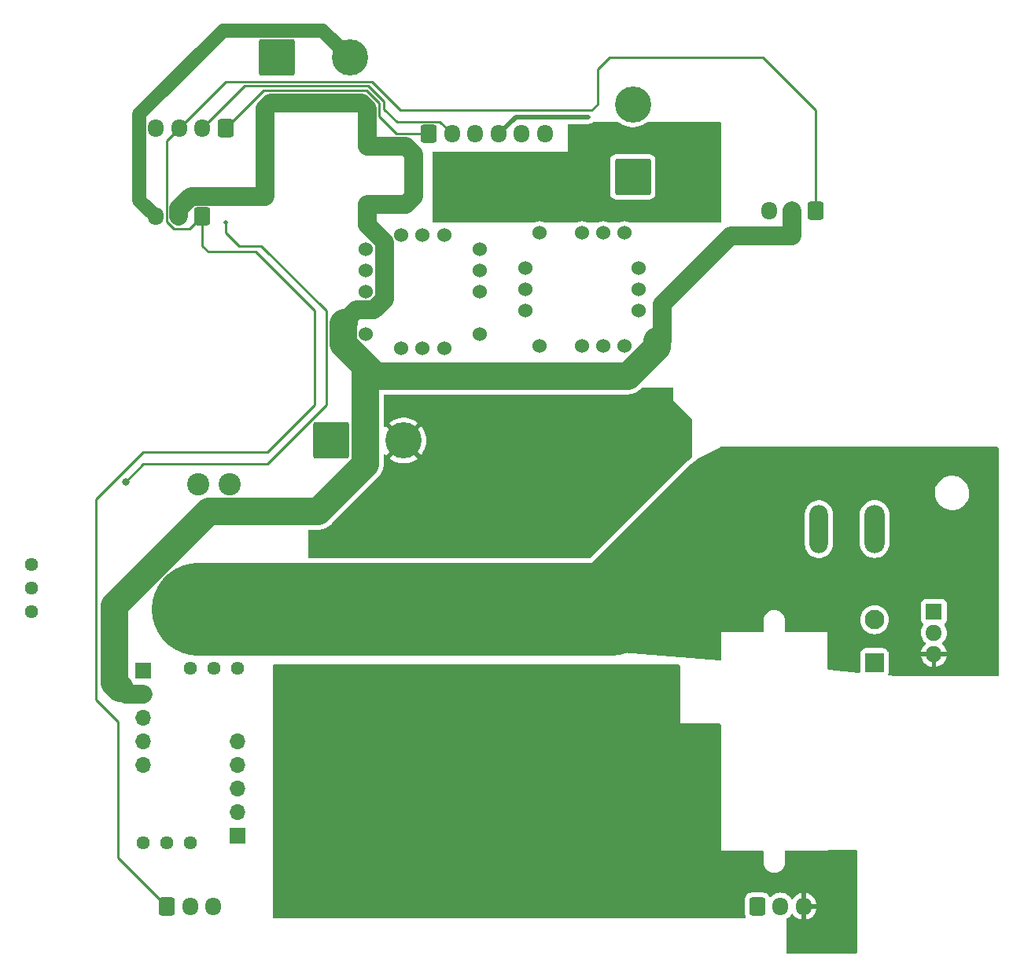
<source format=gbr>
%TF.GenerationSoftware,KiCad,Pcbnew,7.0.9*%
%TF.CreationDate,2024-06-25T19:44:48+09:00*%
%TF.ProjectId,05-PWR,30352d50-5752-42e6-9b69-6361645f7063,rev?*%
%TF.SameCoordinates,Original*%
%TF.FileFunction,Copper,L2,Bot*%
%TF.FilePolarity,Positive*%
%FSLAX46Y46*%
G04 Gerber Fmt 4.6, Leading zero omitted, Abs format (unit mm)*
G04 Created by KiCad (PCBNEW 7.0.9) date 2024-06-25 19:44:48*
%MOMM*%
%LPD*%
G01*
G04 APERTURE LIST*
G04 Aperture macros list*
%AMRoundRect*
0 Rectangle with rounded corners*
0 $1 Rounding radius*
0 $2 $3 $4 $5 $6 $7 $8 $9 X,Y pos of 4 corners*
0 Add a 4 corners polygon primitive as box body*
4,1,4,$2,$3,$4,$5,$6,$7,$8,$9,$2,$3,0*
0 Add four circle primitives for the rounded corners*
1,1,$1+$1,$2,$3*
1,1,$1+$1,$4,$5*
1,1,$1+$1,$6,$7*
1,1,$1+$1,$8,$9*
0 Add four rect primitives between the rounded corners*
20,1,$1+$1,$2,$3,$4,$5,0*
20,1,$1+$1,$4,$5,$6,$7,0*
20,1,$1+$1,$6,$7,$8,$9,0*
20,1,$1+$1,$8,$9,$2,$3,0*%
G04 Aperture macros list end*
%TA.AperFunction,ComponentPad*%
%ADD10C,1.440000*%
%TD*%
%TA.AperFunction,ComponentPad*%
%ADD11RoundRect,0.250002X-1.699998X-1.699998X1.699998X-1.699998X1.699998X1.699998X-1.699998X1.699998X0*%
%TD*%
%TA.AperFunction,ComponentPad*%
%ADD12C,3.900000*%
%TD*%
%TA.AperFunction,ComponentPad*%
%ADD13R,1.700000X1.700000*%
%TD*%
%TA.AperFunction,ComponentPad*%
%ADD14O,1.700000X1.700000*%
%TD*%
%TA.AperFunction,ComponentPad*%
%ADD15RoundRect,0.250000X-0.600000X-0.725000X0.600000X-0.725000X0.600000X0.725000X-0.600000X0.725000X0*%
%TD*%
%TA.AperFunction,ComponentPad*%
%ADD16O,1.700000X1.950000*%
%TD*%
%TA.AperFunction,ComponentPad*%
%ADD17RoundRect,0.250002X1.699998X-1.699998X1.699998X1.699998X-1.699998X1.699998X-1.699998X-1.699998X0*%
%TD*%
%TA.AperFunction,ComponentPad*%
%ADD18RoundRect,0.250000X0.600000X0.725000X-0.600000X0.725000X-0.600000X-0.725000X0.600000X-0.725000X0*%
%TD*%
%TA.AperFunction,ComponentPad*%
%ADD19C,1.524000*%
%TD*%
%TA.AperFunction,ComponentPad*%
%ADD20O,2.000000X5.200000*%
%TD*%
%TA.AperFunction,ComponentPad*%
%ADD21O,2.200000X5.200000*%
%TD*%
%TA.AperFunction,ComponentPad*%
%ADD22R,1.800000X1.717500*%
%TD*%
%TA.AperFunction,ComponentPad*%
%ADD23O,1.800000X1.717500*%
%TD*%
%TA.AperFunction,ComponentPad*%
%ADD24RoundRect,0.250001X0.799999X-0.799999X0.799999X0.799999X-0.799999X0.799999X-0.799999X-0.799999X0*%
%TD*%
%TA.AperFunction,ComponentPad*%
%ADD25C,2.100000*%
%TD*%
%TA.AperFunction,ComponentPad*%
%ADD26C,2.400000*%
%TD*%
%TA.AperFunction,ViaPad*%
%ADD27C,0.800000*%
%TD*%
%TA.AperFunction,ViaPad*%
%ADD28C,0.500000*%
%TD*%
%TA.AperFunction,Conductor*%
%ADD29C,1.500000*%
%TD*%
%TA.AperFunction,Conductor*%
%ADD30C,0.500000*%
%TD*%
%TA.AperFunction,Conductor*%
%ADD31C,2.000000*%
%TD*%
%TA.AperFunction,Conductor*%
%ADD32C,3.000000*%
%TD*%
%TA.AperFunction,Conductor*%
%ADD33C,10.000000*%
%TD*%
%TA.AperFunction,Conductor*%
%ADD34C,0.250000*%
%TD*%
G04 APERTURE END LIST*
D10*
%TO.P,RV1,1,1*%
%TO.N,Net-(U1-Trim)*%
X189230000Y-116332000D03*
%TO.P,RV1,2,2*%
X191770000Y-116332000D03*
%TO.P,RV1,3,3*%
%TO.N,GND*%
X194310000Y-116332000D03*
%TD*%
D11*
%TO.P,J1,1,Pin_1*%
%TO.N,Net-(J1-Pin_1)*%
X209460000Y-73025000D03*
D12*
%TO.P,J1,2,Pin_2*%
%TO.N,GND*%
X217260000Y-73025000D03*
%TD*%
D13*
%TO.P,U1,1,VIN*%
%TO.N,VDD*%
X189230000Y-97790000D03*
D14*
%TO.P,U1,2,VOUT*%
%TO.N,Net-(J3-Pin_2)*%
X189230000Y-100330000D03*
%TO.P,U1,3,GND*%
%TO.N,GND*%
X189230000Y-102870000D03*
%TO.P,U1,4,EN*%
%TO.N,unconnected-(U1-EN-Pad4)*%
X189230000Y-105410000D03*
%TO.P,U1,5,Trim*%
%TO.N,Net-(U1-Trim)*%
X189230000Y-107950000D03*
%TD*%
D13*
%TO.P,U2,1,VIN*%
%TO.N,VDD*%
X199390000Y-115570000D03*
D14*
%TO.P,U2,2,VOUT*%
%TO.N,Net-(J5-Pin_2)*%
X199390000Y-113030000D03*
%TO.P,U2,3,GND*%
%TO.N,GND*%
X199390000Y-110490000D03*
%TO.P,U2,4,EN*%
%TO.N,unconnected-(U2-EN-Pad4)*%
X199390000Y-107950000D03*
%TO.P,U2,5,Trim*%
%TO.N,Net-(U2-Trim)*%
X199390000Y-105410000D03*
%TD*%
D15*
%TO.P,J6,1,Pin_1*%
%TO.N,Motor_SIG*%
X255350000Y-123190000D03*
D16*
%TO.P,J6,2,Pin_2*%
%TO.N,Net-(J5-Pin_2)*%
X257850000Y-123190000D03*
%TO.P,J6,3,Pin_3*%
%TO.N,GND*%
X260350000Y-123190000D03*
%TD*%
D15*
%TO.P,J7,1,Pin_1*%
%TO.N,UART3_TX*%
X219985000Y-40005000D03*
D16*
%TO.P,J7,2,Pin_2*%
%TO.N,UART3_RX*%
X222485000Y-40005000D03*
%TO.P,J7,3,Pin_3*%
%TO.N,GND*%
X224985000Y-40005000D03*
%TO.P,J7,4,Pin_4*%
%TO.N,+3V3*%
X227485000Y-40005000D03*
%TO.P,J7,5,Pin_5*%
%TO.N,3V3_LED*%
X229985000Y-40005000D03*
%TO.P,J7,6,Pin_6*%
%TO.N,+5V*%
X232485000Y-40005000D03*
%TD*%
D17*
%TO.P,J9,1,Pin_1*%
%TO.N,3V3_LED*%
X241935000Y-44630000D03*
D12*
%TO.P,J9,2,Pin_2*%
%TO.N,GND*%
X241935000Y-36830000D03*
%TD*%
D18*
%TO.P,J11,1,Pin_1*%
%TO.N,UART3_TX*%
X198120000Y-39370000D03*
D16*
%TO.P,J11,2,Pin_2*%
%TO.N,UART3_RX*%
X195620000Y-39370000D03*
%TO.P,J11,3,Pin_3*%
%TO.N,Motor_SIG*%
X193120000Y-39370000D03*
%TO.P,J11,4,Pin_4*%
%TO.N,Battery_obs*%
X190620000Y-39370000D03*
%TD*%
D15*
%TO.P,J5,1,Pin_1*%
%TO.N,Motor_SIG*%
X191770000Y-123190000D03*
D16*
%TO.P,J5,2,Pin_2*%
%TO.N,Net-(J5-Pin_2)*%
X194270000Y-123190000D03*
%TO.P,J5,3,Pin_3*%
%TO.N,GND*%
X196770000Y-123190000D03*
%TD*%
D10*
%TO.P,RV2,1,1*%
%TO.N,Net-(U2-Trim)*%
X199390000Y-97536000D03*
%TO.P,RV2,2,2*%
X196850000Y-97536000D03*
%TO.P,RV2,3,3*%
%TO.N,GND*%
X194310000Y-97536000D03*
%TD*%
D18*
%TO.P,J4,1,Pin_1*%
%TO.N,Motor_SIG*%
X261620000Y-48260000D03*
D16*
%TO.P,J4,2,Pin_2*%
%TO.N,Net-(J3-Pin_2)*%
X259120000Y-48260000D03*
%TO.P,J4,3,Pin_3*%
%TO.N,GND*%
X256620000Y-48260000D03*
%TD*%
D10*
%TO.P,RV3,1,1*%
%TO.N,Net-(U5-IN)*%
X177165000Y-86360000D03*
%TO.P,RV3,2,2*%
X177165000Y-88900000D03*
%TO.P,RV3,3,3*%
%TO.N,GND*%
X177165000Y-91440000D03*
%TD*%
D19*
%TO.P,U3,1,ON/OFF*%
%TO.N,GND*%
X225425000Y-57015000D03*
%TO.P,U3,2,Vin*%
%TO.N,VDD*%
X225425000Y-61595000D03*
X221615000Y-63115000D03*
%TO.P,U3,3,GND*%
%TO.N,GND*%
X219325000Y-63115000D03*
X217035000Y-63115000D03*
%TO.P,U3,4,Vout*%
%TO.N,+5V*%
X213225000Y-61595000D03*
%TO.P,U3,5,Sense*%
X213225000Y-57015000D03*
%TO.P,U3,6,Trim*%
%TO.N,Net-(U3-Trim)*%
X213225000Y-52435000D03*
%TO.P,U3,7,GND*%
%TO.N,GND*%
X219325000Y-50915000D03*
%TO.P,U3,8,N.C.*%
%TO.N,unconnected-(U3-N.C.-Pad8)*%
X221615000Y-50915000D03*
%TO.P,U3,9,Sequence*%
%TO.N,unconnected-(U3-Sequence-Pad9)*%
X225425000Y-52435000D03*
%TO.P,U3,10,PGOOD*%
%TO.N,unconnected-(U3-PGOOD-Pad10)*%
X225425000Y-54725000D03*
%TO.P,U3,11,N.C.*%
%TO.N,unconnected-(U3-N.C.-Pad11)*%
X213225000Y-54725000D03*
%TO.P,U3,12,N.C.*%
%TO.N,unconnected-(U3-N.C.-Pad12)*%
X217035000Y-50915000D03*
%TD*%
%TO.P,U4,1,ON/OFF*%
%TO.N,GND*%
X236470000Y-62865000D03*
%TO.P,U4,2,Vin*%
%TO.N,VDD*%
X231890000Y-62865000D03*
X230370000Y-59055000D03*
%TO.P,U4,3,GND*%
%TO.N,GND*%
X230370000Y-56765000D03*
X230370000Y-54475000D03*
%TO.P,U4,4,Vout*%
%TO.N,3V3_LED*%
X231890000Y-50665000D03*
%TO.P,U4,5,Sense*%
X236470000Y-50665000D03*
%TO.P,U4,6,Trim*%
%TO.N,Net-(U4-Trim)*%
X241050000Y-50665000D03*
%TO.P,U4,7,GND*%
%TO.N,GND*%
X242570000Y-56765000D03*
%TO.P,U4,8,N.C.*%
%TO.N,unconnected-(U4-N.C.-Pad8)*%
X242570000Y-59055000D03*
%TO.P,U4,9,Sequence*%
%TO.N,unconnected-(U4-Sequence-Pad9)*%
X241050000Y-62865000D03*
%TO.P,U4,10,PGOOD*%
%TO.N,unconnected-(U4-PGOOD-Pad10)*%
X238760000Y-62865000D03*
%TO.P,U4,11,N.C.*%
%TO.N,unconnected-(U4-N.C.-Pad11)*%
X238760000Y-50665000D03*
%TO.P,U4,12,N.C.*%
%TO.N,unconnected-(U4-N.C.-Pad12)*%
X242570000Y-54475000D03*
%TD*%
D20*
%TO.P,SW1,1,A*%
%TO.N,GND*%
X261970000Y-82550000D03*
D21*
%TO.P,SW1,2,B*%
%TO.N,Net-(Q1-G)*%
X267970000Y-82550000D03*
%TD*%
D11*
%TO.P,J10,1,Pin_1*%
%TO.N,+5V*%
X203655000Y-31750000D03*
D12*
%TO.P,J10,2,Pin_2*%
%TO.N,GND*%
X211455000Y-31750000D03*
%TD*%
D18*
%TO.P,J3,1,Pin_1*%
%TO.N,Motor_SIG*%
X195580000Y-48895000D03*
D16*
%TO.P,J3,2,Pin_2*%
%TO.N,Net-(J3-Pin_2)*%
X193080000Y-48895000D03*
%TO.P,J3,3,Pin_3*%
%TO.N,GND*%
X190580000Y-48895000D03*
%TD*%
D22*
%TO.P,Q1,1,G*%
%TO.N,Net-(Q1-G)*%
X274357500Y-91440000D03*
D23*
%TO.P,Q1,2,D*%
%TO.N,VDD*%
X274357500Y-93730000D03*
%TO.P,Q1,3,S*%
%TO.N,Net-(Q1-S)*%
X274357500Y-96020000D03*
%TD*%
D24*
%TO.P,J2,1,Pin_1*%
%TO.N,VDD*%
X267970000Y-96915000D03*
D25*
%TO.P,J2,2,Pin_2*%
%TO.N,GND*%
X267970000Y-92315000D03*
%TD*%
D26*
%TO.P,F1,1*%
%TO.N,Net-(Q1-S)*%
X195150000Y-91190000D03*
X198550000Y-91190000D03*
%TO.P,F1,2*%
%TO.N,Net-(J1-Pin_1)*%
X195150000Y-77720000D03*
X198550000Y-77720000D03*
%TD*%
D27*
%TO.N,GND*%
X240030000Y-100965000D03*
X215900000Y-123190000D03*
X235585000Y-83820000D03*
X264795000Y-123190000D03*
X214630000Y-83820000D03*
D28*
X250825000Y-48895000D03*
D27*
X264795000Y-127000000D03*
D28*
X228600000Y-44450000D03*
D27*
X227965000Y-100965000D03*
X250190000Y-105410000D03*
X213360000Y-100965000D03*
X232410000Y-100965000D03*
D28*
X247650000Y-48895000D03*
D27*
X217170000Y-97790000D03*
X230505000Y-83820000D03*
X264414000Y-119126000D03*
X245745000Y-97790000D03*
X225425000Y-83820000D03*
X222885000Y-97790000D03*
X217170000Y-83820000D03*
D28*
X220980000Y-42545000D03*
D27*
X217170000Y-85090000D03*
X227965000Y-97790000D03*
D28*
X235585000Y-40005000D03*
D27*
X227965000Y-83820000D03*
X243205000Y-100965000D03*
X243205000Y-97790000D03*
X251460000Y-123190000D03*
X236220000Y-100965000D03*
X236220000Y-123190000D03*
X217170000Y-100965000D03*
X213360000Y-97790000D03*
X259842000Y-125349000D03*
X232410000Y-97790000D03*
X208915000Y-97790000D03*
D28*
X227330000Y-48895000D03*
D27*
X203835000Y-123190000D03*
X210185000Y-85090000D03*
X212090000Y-85090000D03*
X222885000Y-100965000D03*
D28*
X250825000Y-39370000D03*
D27*
X204470000Y-100965000D03*
D28*
X220980000Y-47625000D03*
D27*
X240030000Y-97790000D03*
X208915000Y-100965000D03*
X214630000Y-85090000D03*
D28*
X223520000Y-48895000D03*
X227965000Y-42545000D03*
D27*
X238125000Y-83820000D03*
X222885000Y-83820000D03*
X212090000Y-83820000D03*
X245745000Y-100965000D03*
X236220000Y-97790000D03*
X204470000Y-97790000D03*
X233045000Y-83820000D03*
D28*
%TO.N,+3V3*%
X237144949Y-38165000D03*
D27*
%TO.N,Battery_obs*%
X187325000Y-77470000D03*
D28*
X198120000Y-49530000D03*
%TD*%
D29*
%TO.N,GND*%
X188820000Y-47135000D02*
X188820000Y-37875000D01*
X197845000Y-28850000D02*
X208555000Y-28850000D01*
X208555000Y-28850000D02*
X211455000Y-31750000D01*
X190580000Y-48895000D02*
X188820000Y-47135000D01*
X188820000Y-37875000D02*
X197845000Y-28850000D01*
D30*
%TO.N,+3V3*%
X237144949Y-38165000D02*
X229325000Y-38165000D01*
X229325000Y-38165000D02*
X227485000Y-40005000D01*
D31*
%TO.N,Net-(J3-Pin_2)*%
X214037688Y-58977000D02*
X215187000Y-57827688D01*
D32*
X213110000Y-75539644D02*
X213110000Y-64961794D01*
D31*
X212749214Y-36659999D02*
X202920786Y-36659999D01*
D32*
X210820000Y-60325000D02*
X210763000Y-60382000D01*
D31*
X213335000Y-47600000D02*
X217482538Y-47600000D01*
D32*
X186055000Y-99060000D02*
X186055000Y-90809769D01*
D31*
X189230000Y-100330000D02*
X187325000Y-100330000D01*
X193080000Y-48012462D02*
X193080000Y-48895000D01*
X212168000Y-58977000D02*
X214037688Y-58977000D01*
D32*
X196244769Y-80620000D02*
X208029644Y-80620000D01*
D31*
X213335000Y-49770312D02*
X213335000Y-47600000D01*
X202335000Y-46720000D02*
X194372462Y-46720000D01*
X215187000Y-57827688D02*
X215187000Y-51622312D01*
X218325000Y-42142462D02*
X217482538Y-41300000D01*
X187325000Y-100330000D02*
X186690000Y-99695000D01*
X213335000Y-41300000D02*
X213335000Y-37245785D01*
X259120000Y-48260000D02*
X259120000Y-50985000D01*
X213335000Y-37245785D02*
X212749214Y-36659999D01*
D32*
X213110000Y-64961794D02*
X210916603Y-62768397D01*
D31*
X218325000Y-46757538D02*
X218325000Y-42142462D01*
X210820000Y-60325000D02*
X212168000Y-58977000D01*
X245110000Y-62286794D02*
X244475000Y-62921794D01*
D32*
X186055000Y-90809769D02*
X196244769Y-80620000D01*
D31*
X259120000Y-50985000D02*
X252480786Y-50985000D01*
X217482538Y-41300000D02*
X213335000Y-41300000D01*
D32*
X208029644Y-80620000D02*
X213110000Y-75539644D01*
D31*
X217482538Y-47600000D02*
X218325000Y-46757538D01*
X245110000Y-58355786D02*
X245110000Y-62286794D01*
D32*
X244475000Y-62921794D02*
X244475000Y-62230000D01*
D31*
X202335000Y-37245785D02*
X202335000Y-46720000D01*
D32*
X210763000Y-60382000D02*
X210763000Y-62614794D01*
D31*
X252480786Y-50985000D02*
X245110000Y-58355786D01*
X215187000Y-51622312D02*
X213335000Y-49770312D01*
D32*
X241356794Y-66040000D02*
X244475000Y-62921794D01*
D31*
X202920786Y-36659999D02*
X202335000Y-37245785D01*
D32*
X214188206Y-66040000D02*
X241356794Y-66040000D01*
X210763000Y-62614794D02*
X214188206Y-66040000D01*
X186690000Y-99695000D02*
X186055000Y-99060000D01*
D31*
X194372462Y-46720000D02*
X193080000Y-48012462D01*
D33*
%TO.N,Net-(Q1-S)*%
X195150000Y-91190000D02*
X239645000Y-91190000D01*
X239645000Y-91190000D02*
X251460000Y-79375000D01*
D34*
%TO.N,Motor_SIG*%
X207645000Y-59055000D02*
X207645000Y-69215000D01*
X202565000Y-74295000D02*
X189230000Y-74295000D01*
X196215000Y-52705000D02*
X201295000Y-52705000D01*
X239395000Y-31750000D02*
X255905000Y-31750000D01*
X207645000Y-69215000D02*
X202565000Y-74295000D01*
X194255000Y-50220000D02*
X195580000Y-48895000D01*
X216918224Y-37465000D02*
X237490000Y-37465000D01*
X184150000Y-79375000D02*
X184150000Y-100965000D01*
X186505000Y-117925000D02*
X191770000Y-123190000D01*
X186505000Y-103320000D02*
X186505000Y-117925000D01*
X213848224Y-34395000D02*
X216918224Y-37465000D01*
X198095000Y-34395000D02*
X213848224Y-34395000D01*
X191755000Y-40735000D02*
X191755000Y-49443833D01*
X237490000Y-37465000D02*
X238125000Y-36830000D01*
X189230000Y-74295000D02*
X184150000Y-79375000D01*
X255905000Y-31750000D02*
X261620000Y-37465000D01*
X238125000Y-36830000D02*
X238125000Y-33020000D01*
X192531167Y-50220000D02*
X194255000Y-50220000D01*
X261620000Y-37465000D02*
X261620000Y-48260000D01*
X201295000Y-52705000D02*
X207645000Y-59055000D01*
X191755000Y-49443833D02*
X192531167Y-50220000D01*
X184150000Y-100965000D02*
X186505000Y-103320000D01*
X195580000Y-52070000D02*
X196215000Y-52705000D01*
X193120000Y-39370000D02*
X198095000Y-34395000D01*
X238125000Y-33020000D02*
X239395000Y-31750000D01*
X193120000Y-39370000D02*
X191755000Y-40735000D01*
X195580000Y-48895000D02*
X195580000Y-52070000D01*
%TO.N,UART3_TX*%
X218031371Y-39975000D02*
X216505000Y-39975000D01*
X219985000Y-40005000D02*
X218061371Y-40005000D01*
X218061371Y-40005000D02*
X218031371Y-39975000D01*
X213258047Y-35295000D02*
X202195000Y-35295000D01*
X202195000Y-35295000D02*
X198120000Y-39370000D01*
X214660000Y-38130000D02*
X214660000Y-36696953D01*
X216505000Y-39975000D02*
X214660000Y-38130000D01*
X214660000Y-36696953D02*
X213258047Y-35295000D01*
%TO.N,UART3_RX*%
X215110000Y-36510557D02*
X215110000Y-37310000D01*
X219139900Y-38705000D02*
X221185000Y-38705000D01*
X216535000Y-38735000D02*
X219109900Y-38735000D01*
X219109900Y-38735000D02*
X219139900Y-38705000D01*
X221185000Y-38705000D02*
X222485000Y-40005000D01*
X213444443Y-34845000D02*
X215110000Y-36510557D01*
X195620000Y-39370000D02*
X200145000Y-34845000D01*
X200145000Y-34845000D02*
X213444443Y-34845000D01*
X215110000Y-37310000D02*
X216535000Y-38735000D01*
%TO.N,Battery_obs*%
X189230000Y-75565000D02*
X202565000Y-75565000D01*
X199575000Y-52070000D02*
X198120000Y-50615000D01*
X208915000Y-59055000D02*
X201930000Y-52070000D01*
X187325000Y-77470000D02*
X189230000Y-75565000D01*
X201930000Y-52070000D02*
X199575000Y-52070000D01*
X208915000Y-69215000D02*
X208915000Y-59055000D01*
X198120000Y-50615000D02*
X198120000Y-49530000D01*
X202565000Y-75565000D02*
X208915000Y-69215000D01*
%TD*%
%TA.AperFunction,Conductor*%
%TO.N,GND*%
G36*
X246958039Y-97174685D02*
G01*
X247003794Y-97227489D01*
X247015000Y-97279000D01*
X247015000Y-103505000D01*
X251300500Y-103505000D01*
X251367539Y-103524685D01*
X251413294Y-103577489D01*
X251424500Y-103629000D01*
X251424500Y-117135467D01*
X251424416Y-117135889D01*
X251424459Y-117160001D01*
X251424500Y-117160099D01*
X251424616Y-117160382D01*
X251424618Y-117160384D01*
X251424808Y-117160462D01*
X251425000Y-117160541D01*
X251425002Y-117160539D01*
X251449616Y-117160524D01*
X251449616Y-117160528D01*
X251449760Y-117160500D01*
X255900500Y-117160500D01*
X255967539Y-117180185D01*
X256013294Y-117232989D01*
X256024500Y-117284500D01*
X256024500Y-118510658D01*
X256059456Y-118708908D01*
X256128309Y-118898077D01*
X256128312Y-118898084D01*
X256228965Y-119072421D01*
X256358366Y-119226634D01*
X256512579Y-119356035D01*
X256686920Y-119456690D01*
X256876091Y-119525543D01*
X257074344Y-119560500D01*
X257074346Y-119560500D01*
X257275654Y-119560500D01*
X257275656Y-119560500D01*
X257473909Y-119525543D01*
X257663080Y-119456690D01*
X257837421Y-119356035D01*
X257991634Y-119226634D01*
X258121035Y-119072421D01*
X258221690Y-118898080D01*
X258290543Y-118708909D01*
X258325500Y-118510656D01*
X258325500Y-118410000D01*
X258325500Y-118409500D01*
X258325500Y-117284500D01*
X258345185Y-117217461D01*
X258397989Y-117171706D01*
X258449500Y-117160500D01*
X262900240Y-117160500D01*
X262900383Y-117160528D01*
X262900384Y-117160524D01*
X262924997Y-117160539D01*
X262925000Y-117160541D01*
X262925383Y-117160383D01*
X262925383Y-117160381D01*
X262942895Y-117142862D01*
X262943232Y-117143199D01*
X262964844Y-117116278D01*
X263031096Y-117094088D01*
X263035757Y-117094000D01*
X265941000Y-117094000D01*
X266008039Y-117113685D01*
X266053794Y-117166489D01*
X266065000Y-117218000D01*
X266065000Y-128146000D01*
X266045315Y-128213039D01*
X265992511Y-128258794D01*
X265941000Y-128270000D01*
X258569000Y-128270000D01*
X258501961Y-128250315D01*
X258456206Y-128197511D01*
X258445000Y-128146000D01*
X258445000Y-124606655D01*
X258464685Y-124539616D01*
X258516595Y-124494273D01*
X258527829Y-124489035D01*
X258721401Y-124353495D01*
X258888495Y-124186401D01*
X258998732Y-124028965D01*
X259053306Y-123985342D01*
X259122805Y-123978148D01*
X259185159Y-124009670D01*
X259201880Y-124028967D01*
X259311886Y-124186073D01*
X259311891Y-124186079D01*
X259478917Y-124353105D01*
X259672421Y-124488600D01*
X259886507Y-124588429D01*
X259886516Y-124588433D01*
X260100000Y-124645634D01*
X260100000Y-123598018D01*
X260214801Y-123650446D01*
X260316025Y-123665000D01*
X260383975Y-123665000D01*
X260485199Y-123650446D01*
X260600000Y-123598018D01*
X260600000Y-124645633D01*
X260813483Y-124588433D01*
X260813492Y-124588429D01*
X261027577Y-124488600D01*
X261027579Y-124488599D01*
X261221073Y-124353113D01*
X261221079Y-124353108D01*
X261388108Y-124186079D01*
X261388113Y-124186073D01*
X261523599Y-123992579D01*
X261523600Y-123992577D01*
X261623429Y-123778492D01*
X261623433Y-123778483D01*
X261684567Y-123550326D01*
X261684569Y-123550316D01*
X261694221Y-123440000D01*
X260753969Y-123440000D01*
X260786519Y-123389351D01*
X260825000Y-123258295D01*
X260825000Y-123121705D01*
X260786519Y-122990649D01*
X260753969Y-122940000D01*
X261694221Y-122940000D01*
X261684569Y-122829683D01*
X261684567Y-122829673D01*
X261623433Y-122601516D01*
X261623429Y-122601507D01*
X261523600Y-122387422D01*
X261523599Y-122387420D01*
X261388113Y-122193926D01*
X261388108Y-122193920D01*
X261221082Y-122026894D01*
X261027578Y-121891399D01*
X260813492Y-121791570D01*
X260813486Y-121791567D01*
X260600000Y-121734364D01*
X260600000Y-122781981D01*
X260485199Y-122729554D01*
X260383975Y-122715000D01*
X260316025Y-122715000D01*
X260214801Y-122729554D01*
X260100000Y-122781981D01*
X260100000Y-121734364D01*
X260099999Y-121734364D01*
X259886513Y-121791567D01*
X259886507Y-121791570D01*
X259672422Y-121891399D01*
X259672420Y-121891400D01*
X259478926Y-122026886D01*
X259478920Y-122026891D01*
X259311891Y-122193920D01*
X259311890Y-122193922D01*
X259201880Y-122351032D01*
X259147303Y-122394657D01*
X259077804Y-122401849D01*
X259015450Y-122370327D01*
X258998730Y-122351031D01*
X258888494Y-122193597D01*
X258721402Y-122026506D01*
X258721395Y-122026501D01*
X258527834Y-121890967D01*
X258527830Y-121890965D01*
X258487777Y-121872288D01*
X258313663Y-121791097D01*
X258313659Y-121791096D01*
X258313655Y-121791094D01*
X258085413Y-121729938D01*
X258085403Y-121729936D01*
X257850001Y-121709341D01*
X257849999Y-121709341D01*
X257614596Y-121729936D01*
X257614586Y-121729938D01*
X257386344Y-121791094D01*
X257386335Y-121791098D01*
X257172171Y-121890964D01*
X257172169Y-121890965D01*
X256978597Y-122026505D01*
X256831398Y-122173705D01*
X256770075Y-122207190D01*
X256700383Y-122202206D01*
X256644450Y-122160334D01*
X256638178Y-122151120D01*
X256542712Y-121996344D01*
X256418657Y-121872289D01*
X256418656Y-121872288D01*
X256287786Y-121791567D01*
X256269336Y-121780187D01*
X256269331Y-121780185D01*
X256267862Y-121779698D01*
X256102797Y-121725001D01*
X256102795Y-121725000D01*
X256000010Y-121714500D01*
X254699998Y-121714500D01*
X254699981Y-121714501D01*
X254597203Y-121725000D01*
X254597200Y-121725001D01*
X254430668Y-121780185D01*
X254430663Y-121780187D01*
X254281342Y-121872289D01*
X254157289Y-121996342D01*
X254065187Y-122145663D01*
X254065185Y-122145668D01*
X254049194Y-122193926D01*
X254010001Y-122312203D01*
X254010001Y-122312204D01*
X254010000Y-122312204D01*
X253999500Y-122414983D01*
X253999500Y-123965001D01*
X253999501Y-123965018D01*
X254010000Y-124067796D01*
X254010001Y-124067799D01*
X254065185Y-124234331D01*
X254065189Y-124234340D01*
X254087742Y-124270904D01*
X254106182Y-124338297D01*
X254085259Y-124404960D01*
X254031617Y-124449729D01*
X253982203Y-124460000D01*
X203324000Y-124460000D01*
X203256961Y-124440315D01*
X203211206Y-124387511D01*
X203200000Y-124336000D01*
X203200000Y-97279000D01*
X203219685Y-97211961D01*
X203272489Y-97166206D01*
X203324000Y-97155000D01*
X246891000Y-97155000D01*
X246958039Y-97174685D01*
G37*
%TD.AperFunction*%
%TD*%
%TA.AperFunction,Conductor*%
%TO.N,GND*%
G36*
X240415568Y-38754685D02*
G01*
X240421414Y-38758682D01*
X240619617Y-38902685D01*
X240619635Y-38902697D01*
X240889778Y-39051209D01*
X240889786Y-39051213D01*
X241176406Y-39164693D01*
X241475008Y-39241361D01*
X241475017Y-39241363D01*
X241780847Y-39279999D01*
X241780861Y-39280000D01*
X242089139Y-39280000D01*
X242089152Y-39279999D01*
X242394982Y-39241363D01*
X242394991Y-39241361D01*
X242693593Y-39164693D01*
X242980213Y-39051213D01*
X242980221Y-39051209D01*
X243250364Y-38902697D01*
X243250382Y-38902685D01*
X243448586Y-38758682D01*
X243514392Y-38735202D01*
X243521471Y-38735000D01*
X251336000Y-38735000D01*
X251403039Y-38754685D01*
X251448794Y-38807489D01*
X251460000Y-38859000D01*
X251460000Y-49406000D01*
X251440315Y-49473039D01*
X251387511Y-49518794D01*
X251336000Y-49530000D01*
X241630805Y-49530000D01*
X241578401Y-49518382D01*
X241483450Y-49474106D01*
X241483447Y-49474105D01*
X241483445Y-49474104D01*
X241270070Y-49416930D01*
X241270062Y-49416929D01*
X241050002Y-49397677D01*
X241049998Y-49397677D01*
X240829937Y-49416929D01*
X240829929Y-49416930D01*
X240616554Y-49474104D01*
X240616550Y-49474106D01*
X240566774Y-49497317D01*
X240521600Y-49518382D01*
X240469195Y-49530000D01*
X239340805Y-49530000D01*
X239288401Y-49518382D01*
X239193450Y-49474106D01*
X239193447Y-49474105D01*
X239193445Y-49474104D01*
X238980070Y-49416930D01*
X238980062Y-49416929D01*
X238760002Y-49397677D01*
X238759998Y-49397677D01*
X238539937Y-49416929D01*
X238539929Y-49416930D01*
X238326554Y-49474104D01*
X238326550Y-49474106D01*
X238276774Y-49497317D01*
X238231600Y-49518382D01*
X238179195Y-49530000D01*
X237050805Y-49530000D01*
X236998401Y-49518382D01*
X236903450Y-49474106D01*
X236903447Y-49474105D01*
X236903445Y-49474104D01*
X236690070Y-49416930D01*
X236690062Y-49416929D01*
X236470002Y-49397677D01*
X236469998Y-49397677D01*
X236249937Y-49416929D01*
X236249929Y-49416930D01*
X236036554Y-49474104D01*
X236036550Y-49474106D01*
X235986774Y-49497317D01*
X235941600Y-49518382D01*
X235889195Y-49530000D01*
X232470805Y-49530000D01*
X232418401Y-49518382D01*
X232323450Y-49474106D01*
X232323447Y-49474105D01*
X232323445Y-49474104D01*
X232110070Y-49416930D01*
X232110062Y-49416929D01*
X231890002Y-49397677D01*
X231889998Y-49397677D01*
X231669937Y-49416929D01*
X231669929Y-49416930D01*
X231456554Y-49474104D01*
X231456550Y-49474106D01*
X231406774Y-49497317D01*
X231361600Y-49518382D01*
X231309195Y-49530000D01*
X220469000Y-49530000D01*
X220401961Y-49510315D01*
X220356206Y-49457511D01*
X220345000Y-49406000D01*
X220345000Y-46379999D01*
X239484500Y-46379999D01*
X239484501Y-46380016D01*
X239495000Y-46482795D01*
X239495001Y-46482798D01*
X239550185Y-46649330D01*
X239550186Y-46649333D01*
X239642289Y-46798655D01*
X239766345Y-46922711D01*
X239915667Y-47014814D01*
X240082204Y-47069999D01*
X240184993Y-47080500D01*
X243685006Y-47080499D01*
X243787796Y-47069999D01*
X243954333Y-47014814D01*
X244103655Y-46922711D01*
X244227711Y-46798655D01*
X244319814Y-46649333D01*
X244374999Y-46482796D01*
X244385500Y-46380007D01*
X244385499Y-42879994D01*
X244374999Y-42777204D01*
X244319814Y-42610667D01*
X244227711Y-42461345D01*
X244103655Y-42337289D01*
X243954333Y-42245186D01*
X243787796Y-42190001D01*
X243787794Y-42190000D01*
X243685008Y-42179500D01*
X240185000Y-42179500D01*
X240184983Y-42179501D01*
X240082204Y-42190000D01*
X240082201Y-42190001D01*
X239915669Y-42245185D01*
X239915664Y-42245187D01*
X239766343Y-42337290D01*
X239642290Y-42461343D01*
X239550187Y-42610664D01*
X239550186Y-42610667D01*
X239495001Y-42777204D01*
X239495001Y-42777205D01*
X239495000Y-42777205D01*
X239484500Y-42879985D01*
X239484500Y-46379999D01*
X220345000Y-46379999D01*
X220345000Y-42034000D01*
X220364685Y-41966961D01*
X220417489Y-41921206D01*
X220469000Y-41910000D01*
X234950000Y-41910000D01*
X234950000Y-39039500D01*
X234969685Y-38972461D01*
X235022489Y-38926706D01*
X235074000Y-38915500D01*
X237099318Y-38915500D01*
X237106258Y-38915889D01*
X237131371Y-38918719D01*
X237144947Y-38920249D01*
X237144948Y-38920249D01*
X237144948Y-38920248D01*
X237144949Y-38920249D01*
X237183790Y-38915872D01*
X237187108Y-38915589D01*
X237188638Y-38915500D01*
X237188658Y-38915500D01*
X237220261Y-38911805D01*
X237230427Y-38910617D01*
X237239007Y-38909650D01*
X237313008Y-38901313D01*
X237313012Y-38901311D01*
X237313168Y-38901294D01*
X237318970Y-38900295D01*
X237319197Y-38900241D01*
X237319204Y-38900241D01*
X237397205Y-38871851D01*
X237472639Y-38845456D01*
X237472648Y-38845449D01*
X237478847Y-38842465D01*
X237483711Y-38840414D01*
X237484058Y-38840239D01*
X237484066Y-38840237D01*
X237550841Y-38796317D01*
X237615839Y-38755477D01*
X237615838Y-38755477D01*
X237618182Y-38754005D01*
X237684152Y-38735000D01*
X240348529Y-38735000D01*
X240415568Y-38754685D01*
G37*
%TD.AperFunction*%
%TD*%
%TA.AperFunction,Conductor*%
%TO.N,Net-(Q1-S)*%
G36*
X281248039Y-73725184D02*
G01*
X281293794Y-73777988D01*
X281305000Y-73829499D01*
X281305000Y-98301000D01*
X281285315Y-98368039D01*
X281232511Y-98413794D01*
X281181000Y-98425000D01*
X271147631Y-98425000D01*
X271142388Y-98424777D01*
X270277559Y-98351175D01*
X269511007Y-98285936D01*
X269445878Y-98260638D01*
X269404766Y-98204144D01*
X269400723Y-98134391D01*
X269415981Y-98097290D01*
X269454814Y-98034334D01*
X269509999Y-97867797D01*
X269520500Y-97765008D01*
X269520500Y-96064992D01*
X269509999Y-95962203D01*
X269454814Y-95795666D01*
X269424912Y-95747188D01*
X269362713Y-95646348D01*
X269362710Y-95646344D01*
X269238655Y-95522289D01*
X269238651Y-95522286D01*
X269089337Y-95430187D01*
X269089335Y-95430186D01*
X269006065Y-95402593D01*
X268922797Y-95375001D01*
X268922795Y-95375000D01*
X268820015Y-95364500D01*
X268820008Y-95364500D01*
X267119992Y-95364500D01*
X267119984Y-95364500D01*
X267017204Y-95375000D01*
X267017203Y-95375001D01*
X266850664Y-95430186D01*
X266850662Y-95430187D01*
X266701348Y-95522286D01*
X266701344Y-95522289D01*
X266577289Y-95646344D01*
X266577286Y-95646348D01*
X266485187Y-95795662D01*
X266485186Y-95795664D01*
X266430001Y-95962203D01*
X266430000Y-95962204D01*
X266419500Y-96064984D01*
X266419500Y-97765015D01*
X266430689Y-97874531D01*
X266428073Y-97874798D01*
X266423720Y-97932633D01*
X266381640Y-97988410D01*
X266316085Y-98012582D01*
X266297186Y-98012419D01*
X263038985Y-97735125D01*
X262973856Y-97709827D01*
X262932744Y-97653333D01*
X262925500Y-97611572D01*
X262925500Y-93684759D01*
X262925528Y-93684616D01*
X262925524Y-93684616D01*
X262925539Y-93660002D01*
X262925541Y-93660000D01*
X262925462Y-93659808D01*
X262925384Y-93659618D01*
X262925382Y-93659616D01*
X262925099Y-93659500D01*
X262925000Y-93659459D01*
X262900446Y-93659459D01*
X262900240Y-93659500D01*
X258449500Y-93659500D01*
X258382461Y-93639815D01*
X258336706Y-93587011D01*
X258325500Y-93535500D01*
X258325500Y-92315000D01*
X266414706Y-92315000D01*
X266433853Y-92558297D01*
X266433853Y-92558300D01*
X266433854Y-92558302D01*
X266490064Y-92792431D01*
X266490830Y-92795619D01*
X266584222Y-93021089D01*
X266711737Y-93229173D01*
X266711738Y-93229176D01*
X266711741Y-93229179D01*
X266870241Y-93414759D01*
X267011611Y-93535500D01*
X267055823Y-93573261D01*
X267055826Y-93573262D01*
X267263910Y-93700777D01*
X267489381Y-93794169D01*
X267489378Y-93794169D01*
X267489384Y-93794170D01*
X267489388Y-93794172D01*
X267726698Y-93851146D01*
X267970000Y-93870294D01*
X268213302Y-93851146D01*
X268450612Y-93794172D01*
X268676089Y-93700777D01*
X268722881Y-93672103D01*
X272953315Y-93672103D01*
X272963134Y-93903269D01*
X272963134Y-93903270D01*
X273011882Y-94129460D01*
X273098151Y-94344148D01*
X273098153Y-94344152D01*
X273219466Y-94541177D01*
X273219470Y-94541181D01*
X273372328Y-94714863D01*
X273372330Y-94714865D01*
X273448325Y-94776227D01*
X273488117Y-94833658D01*
X273490543Y-94903486D01*
X273456226Y-94962225D01*
X273292591Y-95119057D01*
X273155049Y-95305024D01*
X273050922Y-95511547D01*
X272983193Y-95732705D01*
X272978418Y-95770000D01*
X273862648Y-95770000D01*
X273813941Y-95907047D01*
X273803623Y-96057886D01*
X273834384Y-96205915D01*
X273867590Y-96270000D01*
X272980182Y-96270000D01*
X273012361Y-96419313D01*
X273012362Y-96419316D01*
X273098598Y-96633922D01*
X273219868Y-96830878D01*
X273372678Y-97004504D01*
X273552637Y-97149810D01*
X273754552Y-97262607D01*
X273972637Y-97339662D01*
X274107500Y-97362786D01*
X274107500Y-96511683D01*
X274136319Y-96529209D01*
X274281904Y-96570000D01*
X274395122Y-96570000D01*
X274507283Y-96554584D01*
X274607500Y-96511053D01*
X274607500Y-97365894D01*
X274629209Y-97364047D01*
X274853039Y-97305767D01*
X275063802Y-97210496D01*
X275255428Y-97080980D01*
X275422409Y-96920942D01*
X275559950Y-96734975D01*
X275664077Y-96528452D01*
X275731806Y-96307294D01*
X275736582Y-96270000D01*
X274852352Y-96270000D01*
X274901059Y-96132953D01*
X274911377Y-95982114D01*
X274880616Y-95834085D01*
X274847410Y-95770000D01*
X275734818Y-95770000D01*
X275702638Y-95620686D01*
X275702637Y-95620683D01*
X275616401Y-95406077D01*
X275495131Y-95209121D01*
X275342320Y-95035494D01*
X275342316Y-95035490D01*
X275266702Y-94974436D01*
X275226909Y-94917005D01*
X275224482Y-94847178D01*
X275258798Y-94788441D01*
X275422790Y-94631269D01*
X275560375Y-94445241D01*
X275664543Y-94238637D01*
X275732296Y-94017401D01*
X275761685Y-93787897D01*
X275751865Y-93556727D01*
X275703118Y-93330542D01*
X275616847Y-93115848D01*
X275495534Y-92918823D01*
X275495531Y-92918820D01*
X275495531Y-92918819D01*
X275492387Y-92915247D01*
X275462876Y-92851915D01*
X275472289Y-92782683D01*
X275511161Y-92734063D01*
X275615046Y-92656296D01*
X275701296Y-92541081D01*
X275751591Y-92406233D01*
X275758000Y-92346623D01*
X275757999Y-90533378D01*
X275751591Y-90473767D01*
X275701296Y-90338919D01*
X275701295Y-90338918D01*
X275701293Y-90338914D01*
X275615047Y-90223705D01*
X275615044Y-90223702D01*
X275499835Y-90137456D01*
X275499828Y-90137452D01*
X275364982Y-90087158D01*
X275364983Y-90087158D01*
X275305383Y-90080751D01*
X275305381Y-90080750D01*
X275305373Y-90080750D01*
X275305364Y-90080750D01*
X273409629Y-90080750D01*
X273409623Y-90080751D01*
X273350016Y-90087158D01*
X273215171Y-90137452D01*
X273215164Y-90137456D01*
X273099955Y-90223702D01*
X273099952Y-90223705D01*
X273013706Y-90338914D01*
X273013702Y-90338921D01*
X272963408Y-90473767D01*
X272957001Y-90533366D01*
X272957001Y-90533373D01*
X272957000Y-90533385D01*
X272957000Y-92346620D01*
X272957001Y-92346626D01*
X272963408Y-92406233D01*
X273013702Y-92541078D01*
X273013706Y-92541085D01*
X273099952Y-92656294D01*
X273099955Y-92656297D01*
X273207089Y-92736498D01*
X273248960Y-92792431D01*
X273253944Y-92862123D01*
X273232474Y-92909497D01*
X273154631Y-93014749D01*
X273154624Y-93014760D01*
X273050457Y-93221361D01*
X272982703Y-93442600D01*
X272953315Y-93672103D01*
X268722881Y-93672103D01*
X268884179Y-93573259D01*
X269069759Y-93414759D01*
X269228259Y-93229179D01*
X269355777Y-93021089D01*
X269449172Y-92795612D01*
X269506146Y-92558302D01*
X269525294Y-92315000D01*
X269506146Y-92071698D01*
X269449172Y-91834388D01*
X269413215Y-91747579D01*
X269355777Y-91608910D01*
X269228262Y-91400826D01*
X269228261Y-91400823D01*
X269167621Y-91329823D01*
X269069759Y-91215241D01*
X268947063Y-91110449D01*
X268884176Y-91056738D01*
X268884173Y-91056737D01*
X268676089Y-90929222D01*
X268450618Y-90835830D01*
X268450621Y-90835830D01*
X268344992Y-90810470D01*
X268213302Y-90778854D01*
X268213300Y-90778853D01*
X268213297Y-90778853D01*
X267970000Y-90759706D01*
X267726702Y-90778853D01*
X267489380Y-90835830D01*
X267263910Y-90929222D01*
X267055826Y-91056737D01*
X267055823Y-91056738D01*
X266870241Y-91215241D01*
X266711738Y-91400823D01*
X266711737Y-91400826D01*
X266584222Y-91608910D01*
X266490830Y-91834380D01*
X266433853Y-92071702D01*
X266414706Y-92315000D01*
X258325500Y-92315000D01*
X258325500Y-92309346D01*
X258325499Y-92309341D01*
X258290543Y-92111091D01*
X258256241Y-92016848D01*
X258221690Y-91921920D01*
X258121035Y-91747579D01*
X257991634Y-91593366D01*
X257837421Y-91463965D01*
X257663084Y-91363312D01*
X257663081Y-91363311D01*
X257663080Y-91363310D01*
X257571076Y-91329823D01*
X257473908Y-91294456D01*
X257275658Y-91259500D01*
X257275656Y-91259500D01*
X257074344Y-91259500D01*
X257074341Y-91259500D01*
X256876091Y-91294456D01*
X256686922Y-91363309D01*
X256686915Y-91363312D01*
X256512578Y-91463965D01*
X256512574Y-91463968D01*
X256358366Y-91593366D01*
X256228968Y-91747574D01*
X256228965Y-91747578D01*
X256128312Y-91921915D01*
X256128309Y-91921922D01*
X256059456Y-92111091D01*
X256024500Y-92309341D01*
X256024500Y-93535500D01*
X256004815Y-93602539D01*
X255952011Y-93648294D01*
X255900500Y-93659500D01*
X251449760Y-93659500D01*
X251449554Y-93659459D01*
X251425000Y-93659459D01*
X251424901Y-93659500D01*
X251424617Y-93659616D01*
X251424615Y-93659618D01*
X251424459Y-93659999D01*
X251424476Y-93684616D01*
X251424471Y-93684616D01*
X251424500Y-93684759D01*
X251424500Y-96611657D01*
X251404815Y-96678696D01*
X251352011Y-96724451D01*
X251289985Y-96735210D01*
X241914289Y-95937279D01*
X241461361Y-95898732D01*
X241396233Y-95873435D01*
X241355121Y-95816941D01*
X241351078Y-95747188D01*
X241355338Y-95732818D01*
X245544703Y-84212065D01*
X260469500Y-84212065D01*
X260484890Y-84397813D01*
X260484892Y-84397824D01*
X260545936Y-84638881D01*
X260645826Y-84866606D01*
X260781833Y-85074782D01*
X260781836Y-85074785D01*
X260950256Y-85257738D01*
X261146491Y-85410474D01*
X261365190Y-85528828D01*
X261600386Y-85609571D01*
X261845665Y-85650500D01*
X262094335Y-85650500D01*
X262339614Y-85609571D01*
X262574810Y-85528828D01*
X262793509Y-85410474D01*
X262989744Y-85257738D01*
X263158164Y-85074785D01*
X263294173Y-84866607D01*
X263394063Y-84638881D01*
X263455108Y-84397821D01*
X263470500Y-84212067D01*
X263470500Y-84112884D01*
X266369500Y-84112884D01*
X266384317Y-84301150D01*
X266443126Y-84546110D01*
X266539533Y-84778859D01*
X266671160Y-84993653D01*
X266671161Y-84993656D01*
X266671164Y-84993659D01*
X266834776Y-85185224D01*
X266919679Y-85257738D01*
X267026343Y-85348838D01*
X267026346Y-85348839D01*
X267241140Y-85480466D01*
X267357902Y-85528830D01*
X267473889Y-85576873D01*
X267718852Y-85635683D01*
X267970000Y-85655449D01*
X268221148Y-85635683D01*
X268466111Y-85576873D01*
X268698859Y-85480466D01*
X268913659Y-85348836D01*
X269105224Y-85185224D01*
X269268836Y-84993659D01*
X269400466Y-84778859D01*
X269496873Y-84546111D01*
X269555683Y-84301148D01*
X269570500Y-84112882D01*
X269570500Y-80987118D01*
X269555683Y-80798852D01*
X269496873Y-80553889D01*
X269472761Y-80495677D01*
X269400466Y-80321140D01*
X269268839Y-80106346D01*
X269268838Y-80106343D01*
X269213787Y-80041887D01*
X269105224Y-79914776D01*
X268978571Y-79806604D01*
X268913656Y-79751161D01*
X268913653Y-79751160D01*
X268698859Y-79619533D01*
X268466110Y-79523126D01*
X268221151Y-79464317D01*
X267970000Y-79444551D01*
X267718848Y-79464317D01*
X267473889Y-79523126D01*
X267241140Y-79619533D01*
X267026346Y-79751160D01*
X267026343Y-79751161D01*
X266834776Y-79914776D01*
X266671161Y-80106343D01*
X266671160Y-80106346D01*
X266539533Y-80321140D01*
X266443126Y-80553889D01*
X266384317Y-80798849D01*
X266369500Y-80987116D01*
X266369500Y-84112884D01*
X263470500Y-84112884D01*
X263470500Y-80887933D01*
X263455108Y-80702179D01*
X263406568Y-80510499D01*
X263394063Y-80461118D01*
X263294173Y-80233393D01*
X263158166Y-80025217D01*
X263136557Y-80001744D01*
X262989744Y-79842262D01*
X262793509Y-79689526D01*
X262793507Y-79689525D01*
X262793506Y-79689524D01*
X262574811Y-79571172D01*
X262574802Y-79571169D01*
X262339616Y-79490429D01*
X262094335Y-79449500D01*
X261845665Y-79449500D01*
X261600383Y-79490429D01*
X261365197Y-79571169D01*
X261365188Y-79571172D01*
X261146493Y-79689524D01*
X260950257Y-79842261D01*
X260781833Y-80025217D01*
X260645826Y-80233393D01*
X260545936Y-80461118D01*
X260484892Y-80702175D01*
X260484890Y-80702186D01*
X260469500Y-80887935D01*
X260469500Y-84212065D01*
X245544703Y-84212065D01*
X247538995Y-78727763D01*
X274450787Y-78727763D01*
X274480413Y-78997013D01*
X274480415Y-78997024D01*
X274548926Y-79259082D01*
X274548928Y-79259088D01*
X274654870Y-79508390D01*
X274726998Y-79626575D01*
X274795979Y-79739605D01*
X274795986Y-79739615D01*
X274969253Y-79947819D01*
X274969259Y-79947824D01*
X275170998Y-80128582D01*
X275396910Y-80278044D01*
X275642176Y-80393020D01*
X275642183Y-80393022D01*
X275642185Y-80393023D01*
X275901557Y-80471057D01*
X275901564Y-80471058D01*
X275901569Y-80471060D01*
X276169561Y-80510500D01*
X276169566Y-80510500D01*
X276372636Y-80510500D01*
X276424133Y-80506730D01*
X276575156Y-80495677D01*
X276730292Y-80461119D01*
X276839546Y-80436782D01*
X276839548Y-80436781D01*
X276839553Y-80436780D01*
X277092558Y-80340014D01*
X277328777Y-80207441D01*
X277543177Y-80041888D01*
X277731186Y-79846881D01*
X277888799Y-79626579D01*
X277962787Y-79482669D01*
X278012649Y-79385690D01*
X278012651Y-79385684D01*
X278012656Y-79385675D01*
X278100118Y-79129305D01*
X278149319Y-78862933D01*
X278159212Y-78592235D01*
X278129586Y-78322982D01*
X278061072Y-78060912D01*
X277955130Y-77811610D01*
X277814018Y-77580390D01*
X277724747Y-77473119D01*
X277640746Y-77372180D01*
X277640740Y-77372175D01*
X277439002Y-77191418D01*
X277213092Y-77041957D01*
X277213090Y-77041956D01*
X276967824Y-76926980D01*
X276967819Y-76926978D01*
X276967814Y-76926976D01*
X276708442Y-76848942D01*
X276708428Y-76848939D01*
X276592791Y-76831921D01*
X276440439Y-76809500D01*
X276237369Y-76809500D01*
X276237364Y-76809500D01*
X276034844Y-76824323D01*
X276034831Y-76824325D01*
X275770453Y-76883217D01*
X275770446Y-76883220D01*
X275517439Y-76979987D01*
X275281226Y-77112557D01*
X275066822Y-77278112D01*
X274878822Y-77473109D01*
X274878816Y-77473116D01*
X274721202Y-77693419D01*
X274721199Y-77693424D01*
X274597350Y-77934309D01*
X274597343Y-77934327D01*
X274509884Y-78190685D01*
X274509881Y-78190699D01*
X274460681Y-78457068D01*
X274460680Y-78457075D01*
X274450787Y-78727763D01*
X247538995Y-78727763D01*
X248903115Y-74976433D01*
X248944523Y-74920159D01*
X248964185Y-74907907D01*
X251342820Y-73718590D01*
X251398274Y-73705499D01*
X281181000Y-73705499D01*
X281248039Y-73725184D01*
G37*
%TD.AperFunction*%
%TD*%
%TA.AperFunction,Conductor*%
%TO.N,GND*%
G36*
X246277539Y-67329685D02*
G01*
X246323294Y-67382489D01*
X246334500Y-67434000D01*
X246334500Y-68680367D01*
X246334419Y-68680773D01*
X246334457Y-68704998D01*
X246334576Y-68705283D01*
X246334616Y-68705381D01*
X246345881Y-68716588D01*
X248248681Y-70619388D01*
X248282166Y-70680710D01*
X248285000Y-70707068D01*
X248285000Y-74816135D01*
X248265315Y-74883174D01*
X248236834Y-74914243D01*
X248003574Y-75094543D01*
X247911220Y-75165930D01*
X247668245Y-75389104D01*
X247653141Y-75402977D01*
X237402937Y-85653181D01*
X237341614Y-85686666D01*
X237315256Y-85689500D01*
X207134000Y-85689500D01*
X207066961Y-85669815D01*
X207021206Y-85617011D01*
X207010000Y-85565500D01*
X207010000Y-82744500D01*
X207029685Y-82677461D01*
X207082489Y-82631706D01*
X207134000Y-82620500D01*
X208172720Y-82620500D01*
X208172723Y-82620500D01*
X208241448Y-82610618D01*
X208245821Y-82610148D01*
X208315072Y-82605196D01*
X208382941Y-82590431D01*
X208387248Y-82589654D01*
X208455966Y-82579775D01*
X208522555Y-82560222D01*
X208526839Y-82559127D01*
X208594690Y-82544369D01*
X208659750Y-82520102D01*
X208663916Y-82518715D01*
X208730532Y-82499156D01*
X208793701Y-82470306D01*
X208797727Y-82468639D01*
X208862805Y-82444367D01*
X208923737Y-82411094D01*
X208927680Y-82409121D01*
X208990831Y-82380282D01*
X209049259Y-82342731D01*
X209053024Y-82340498D01*
X209113959Y-82307226D01*
X209169526Y-82265627D01*
X209173153Y-82263109D01*
X209231561Y-82225574D01*
X209284032Y-82180106D01*
X209287467Y-82177339D01*
X209308762Y-82161398D01*
X209343039Y-82135739D01*
X209545383Y-81933395D01*
X214575088Y-76903690D01*
X214625739Y-76853039D01*
X214667347Y-76797455D01*
X214670111Y-76794026D01*
X214715573Y-76741562D01*
X214753119Y-76683136D01*
X214755625Y-76679530D01*
X214797226Y-76623959D01*
X214830494Y-76563031D01*
X214832746Y-76559237D01*
X214870282Y-76500831D01*
X214899120Y-76437684D01*
X214901102Y-76433724D01*
X214925200Y-76389592D01*
X214934367Y-76372805D01*
X214958632Y-76307743D01*
X214960310Y-76303693D01*
X214989156Y-76240533D01*
X215008716Y-76173913D01*
X215010100Y-76169755D01*
X215034369Y-76104690D01*
X215049129Y-76036837D01*
X215050215Y-76032580D01*
X215069775Y-75965967D01*
X215079655Y-75897250D01*
X215080433Y-75892932D01*
X215095196Y-75825072D01*
X215100148Y-75755819D01*
X215100617Y-75751452D01*
X215110500Y-75682723D01*
X215110500Y-75396565D01*
X215110500Y-74614718D01*
X215130185Y-74547679D01*
X215182989Y-74501924D01*
X215252147Y-74491980D01*
X215315703Y-74521005D01*
X215330043Y-74535677D01*
X215359799Y-74571646D01*
X216213664Y-73717780D01*
X216352855Y-73892320D01*
X216522299Y-74040358D01*
X216569808Y-74068743D01*
X215710768Y-74927783D01*
X215710769Y-74927785D01*
X215944617Y-75097685D01*
X215944635Y-75097697D01*
X216214778Y-75246209D01*
X216214786Y-75246213D01*
X216501406Y-75359693D01*
X216800008Y-75436361D01*
X216800017Y-75436363D01*
X217105847Y-75474999D01*
X217105861Y-75475000D01*
X217414139Y-75475000D01*
X217414152Y-75474999D01*
X217719982Y-75436363D01*
X217719991Y-75436361D01*
X218018593Y-75359693D01*
X218305213Y-75246213D01*
X218305221Y-75246209D01*
X218575364Y-75097697D01*
X218575374Y-75097690D01*
X218809229Y-74927783D01*
X218809230Y-74927783D01*
X217950125Y-74068678D01*
X218085747Y-73970144D01*
X218241239Y-73807512D01*
X218302801Y-73714248D01*
X219160199Y-74571645D01*
X219246014Y-74467916D01*
X219411194Y-74207632D01*
X219411197Y-74207626D01*
X219542453Y-73928694D01*
X219542455Y-73928689D01*
X219637719Y-73635499D01*
X219695487Y-73332670D01*
X219695488Y-73332663D01*
X219714844Y-73025005D01*
X219714844Y-73024994D01*
X219695488Y-72717336D01*
X219695487Y-72717329D01*
X219637719Y-72414500D01*
X219542455Y-72121310D01*
X219542453Y-72121305D01*
X219411197Y-71842373D01*
X219411194Y-71842367D01*
X219246014Y-71582083D01*
X219160198Y-71478352D01*
X218306333Y-72332217D01*
X218167145Y-72157680D01*
X217997701Y-72009642D01*
X217950190Y-71981255D01*
X218809230Y-71122215D01*
X218809229Y-71122213D01*
X218575382Y-70952314D01*
X218575364Y-70952302D01*
X218305221Y-70803790D01*
X218305213Y-70803786D01*
X218018593Y-70690306D01*
X217719991Y-70613638D01*
X217719982Y-70613636D01*
X217414152Y-70575000D01*
X217105847Y-70575000D01*
X216800017Y-70613636D01*
X216800008Y-70613638D01*
X216501406Y-70690306D01*
X216214786Y-70803786D01*
X216214778Y-70803790D01*
X215944635Y-70952302D01*
X215944617Y-70952314D01*
X215710769Y-71122214D01*
X215710768Y-71122215D01*
X216569874Y-71981321D01*
X216434253Y-72079856D01*
X216278761Y-72242488D01*
X216217198Y-72335751D01*
X215359799Y-71478352D01*
X215359798Y-71478352D01*
X215330043Y-71514321D01*
X215272143Y-71553428D01*
X215202292Y-71555024D01*
X215142666Y-71518602D01*
X215112197Y-71455726D01*
X215110500Y-71435280D01*
X215110500Y-68164500D01*
X215130185Y-68097461D01*
X215182989Y-68051706D01*
X215234500Y-68040500D01*
X241499870Y-68040500D01*
X241499873Y-68040500D01*
X241568598Y-68030618D01*
X241572971Y-68030148D01*
X241642222Y-68025196D01*
X241710091Y-68010431D01*
X241714398Y-68009654D01*
X241783116Y-67999775D01*
X241849705Y-67980222D01*
X241853989Y-67979127D01*
X241921840Y-67964369D01*
X241986900Y-67940102D01*
X241991066Y-67938715D01*
X242057682Y-67919156D01*
X242120851Y-67890306D01*
X242124877Y-67888639D01*
X242189955Y-67864367D01*
X242250887Y-67831094D01*
X242254830Y-67829121D01*
X242317981Y-67800282D01*
X242376409Y-67762731D01*
X242380174Y-67760498D01*
X242441109Y-67727226D01*
X242496676Y-67685627D01*
X242500303Y-67683109D01*
X242558711Y-67645574D01*
X242611182Y-67600106D01*
X242614617Y-67597339D01*
X242670189Y-67555739D01*
X242872533Y-67353395D01*
X242879609Y-67346319D01*
X242940932Y-67312834D01*
X242967290Y-67310000D01*
X246210500Y-67310000D01*
X246277539Y-67329685D01*
G37*
%TD.AperFunction*%
%TD*%
M02*

</source>
